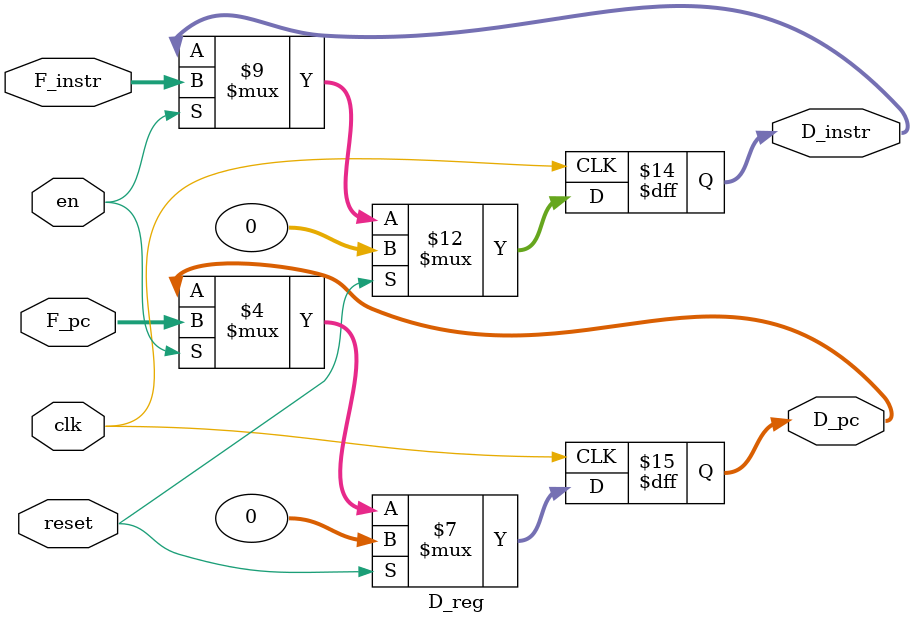
<source format=v>
`timescale 1ns / 1ps
module D_reg(
    input [31:0] F_instr,
    input [31:0] F_pc,
    input en,
    input clk,
    input reset,
	 output reg [31:0] D_instr,
	 output reg [31:0] D_pc
    );
	 always@(posedge clk) begin
	       if ( reset == 1'b1 ) begin
			       D_instr <= 32'b0;
					 D_pc <= 32'b0;
			 end
			 else begin
			       if ( en == 1'b1 ) begin
					       D_instr <= F_instr;
							 D_pc <= F_pc;
					 end
			 end
	 end


endmodule

</source>
